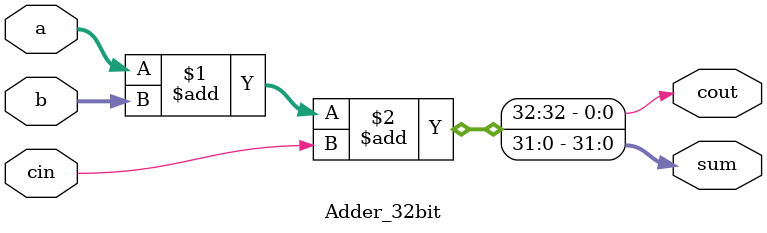
<source format=v>
`timescale 1ns/1ns
module Adder_32bit (input [31:0]a , b,input cin, output cout,output [31:0] sum);
  assign {cout, sum} = a + b + cin;
endmodule

</source>
